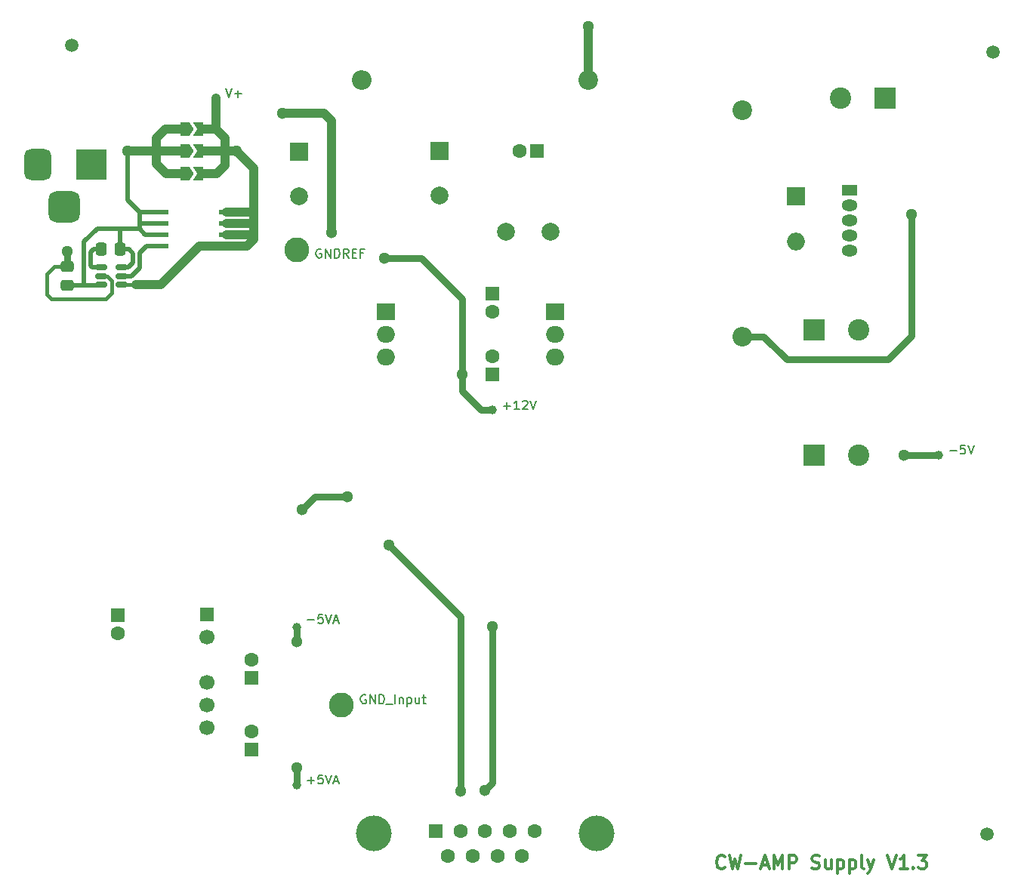
<source format=gbr>
G04 #@! TF.GenerationSoftware,KiCad,Pcbnew,7.0.2-1.fc37*
G04 #@! TF.CreationDate,2023-07-20T12:52:38+02:00*
G04 #@! TF.ProjectId,office_amp,6f666669-6365-45f6-916d-702e6b696361,V1.3*
G04 #@! TF.SameCoordinates,Original*
G04 #@! TF.FileFunction,Copper,L1,Top*
G04 #@! TF.FilePolarity,Positive*
%FSLAX46Y46*%
G04 Gerber Fmt 4.6, Leading zero omitted, Abs format (unit mm)*
G04 Created by KiCad (PCBNEW 7.0.2-1.fc37) date 2023-07-20 12:52:38*
%MOMM*%
%LPD*%
G01*
G04 APERTURE LIST*
G04 Aperture macros list*
%AMRoundRect*
0 Rectangle with rounded corners*
0 $1 Rounding radius*
0 $2 $3 $4 $5 $6 $7 $8 $9 X,Y pos of 4 corners*
0 Add a 4 corners polygon primitive as box body*
4,1,4,$2,$3,$4,$5,$6,$7,$8,$9,$2,$3,0*
0 Add four circle primitives for the rounded corners*
1,1,$1+$1,$2,$3*
1,1,$1+$1,$4,$5*
1,1,$1+$1,$6,$7*
1,1,$1+$1,$8,$9*
0 Add four rect primitives between the rounded corners*
20,1,$1+$1,$2,$3,$4,$5,0*
20,1,$1+$1,$4,$5,$6,$7,0*
20,1,$1+$1,$6,$7,$8,$9,0*
20,1,$1+$1,$8,$9,$2,$3,0*%
%AMFreePoly0*
4,1,6,1.000000,0.000000,0.500000,-0.750000,-0.500000,-0.750000,-0.500000,0.750000,0.500000,0.750000,1.000000,0.000000,1.000000,0.000000,$1*%
%AMFreePoly1*
4,1,6,0.500000,-0.750000,-0.650000,-0.750000,-0.150000,0.000000,-0.650000,0.750000,0.500000,0.750000,0.500000,-0.750000,0.500000,-0.750000,$1*%
G04 Aperture macros list end*
%ADD10C,0.150000*%
G04 #@! TA.AperFunction,NonConductor*
%ADD11C,0.150000*%
G04 #@! TD*
%ADD12C,0.300000*%
G04 #@! TA.AperFunction,NonConductor*
%ADD13C,0.300000*%
G04 #@! TD*
G04 #@! TA.AperFunction,SMDPad,CuDef*
%ADD14FreePoly0,0.000000*%
G04 #@! TD*
G04 #@! TA.AperFunction,SMDPad,CuDef*
%ADD15FreePoly1,0.000000*%
G04 #@! TD*
G04 #@! TA.AperFunction,SMDPad,CuDef*
%ADD16R,1.750000X0.550000*%
G04 #@! TD*
G04 #@! TA.AperFunction,ComponentPad*
%ADD17R,3.500000X3.500000*%
G04 #@! TD*
G04 #@! TA.AperFunction,ComponentPad*
%ADD18RoundRect,0.750000X-0.750000X-1.000000X0.750000X-1.000000X0.750000X1.000000X-0.750000X1.000000X0*%
G04 #@! TD*
G04 #@! TA.AperFunction,ComponentPad*
%ADD19RoundRect,0.875000X-0.875000X-0.875000X0.875000X-0.875000X0.875000X0.875000X-0.875000X0.875000X0*%
G04 #@! TD*
G04 #@! TA.AperFunction,SMDPad,CuDef*
%ADD20RoundRect,0.150000X-0.512500X-0.150000X0.512500X-0.150000X0.512500X0.150000X-0.512500X0.150000X0*%
G04 #@! TD*
G04 #@! TA.AperFunction,ComponentPad*
%ADD21R,2.400000X2.400000*%
G04 #@! TD*
G04 #@! TA.AperFunction,ComponentPad*
%ADD22C,2.400000*%
G04 #@! TD*
G04 #@! TA.AperFunction,ComponentPad*
%ADD23R,1.600000X1.600000*%
G04 #@! TD*
G04 #@! TA.AperFunction,ComponentPad*
%ADD24C,1.600000*%
G04 #@! TD*
G04 #@! TA.AperFunction,ComponentPad*
%ADD25C,1.700000*%
G04 #@! TD*
G04 #@! TA.AperFunction,ComponentPad*
%ADD26R,2.000000X1.905000*%
G04 #@! TD*
G04 #@! TA.AperFunction,ComponentPad*
%ADD27O,2.000000X1.905000*%
G04 #@! TD*
G04 #@! TA.AperFunction,ComponentPad*
%ADD28R,2.000000X2.000000*%
G04 #@! TD*
G04 #@! TA.AperFunction,ComponentPad*
%ADD29C,2.000000*%
G04 #@! TD*
G04 #@! TA.AperFunction,ComponentPad*
%ADD30O,2.000000X2.000000*%
G04 #@! TD*
G04 #@! TA.AperFunction,ComponentPad*
%ADD31R,1.800000X1.275000*%
G04 #@! TD*
G04 #@! TA.AperFunction,ComponentPad*
%ADD32O,1.800000X1.275000*%
G04 #@! TD*
G04 #@! TA.AperFunction,SMDPad,CuDef*
%ADD33RoundRect,0.250000X0.337500X0.475000X-0.337500X0.475000X-0.337500X-0.475000X0.337500X-0.475000X0*%
G04 #@! TD*
G04 #@! TA.AperFunction,SMDPad,CuDef*
%ADD34RoundRect,0.250000X0.475000X-0.337500X0.475000X0.337500X-0.475000X0.337500X-0.475000X-0.337500X0*%
G04 #@! TD*
G04 #@! TA.AperFunction,ComponentPad*
%ADD35C,2.200000*%
G04 #@! TD*
G04 #@! TA.AperFunction,ComponentPad*
%ADD36O,2.200000X2.200000*%
G04 #@! TD*
G04 #@! TA.AperFunction,ComponentPad*
%ADD37C,4.000000*%
G04 #@! TD*
G04 #@! TA.AperFunction,ComponentPad*
%ADD38C,2.800000*%
G04 #@! TD*
G04 #@! TA.AperFunction,SMDPad,CuDef*
%ADD39C,1.500000*%
G04 #@! TD*
G04 #@! TA.AperFunction,SMDPad,CuDef*
%ADD40C,1.000000*%
G04 #@! TD*
G04 #@! TA.AperFunction,ViaPad*
%ADD41C,1.300000*%
G04 #@! TD*
G04 #@! TA.AperFunction,Conductor*
%ADD42C,0.500000*%
G04 #@! TD*
G04 #@! TA.AperFunction,Conductor*
%ADD43C,1.000000*%
G04 #@! TD*
G04 #@! TA.AperFunction,Conductor*
%ADD44C,0.800000*%
G04 #@! TD*
G04 #@! TA.AperFunction,Conductor*
%ADD45C,0.400000*%
G04 #@! TD*
%ADD46C,0.350000*%
%ADD47O,1.000000X3.000000*%
%ADD48O,3.000000X1.000000*%
G04 APERTURE END LIST*
D10*
D11*
X130761904Y-134925238D02*
X130666666Y-134877619D01*
X130666666Y-134877619D02*
X130523809Y-134877619D01*
X130523809Y-134877619D02*
X130380952Y-134925238D01*
X130380952Y-134925238D02*
X130285714Y-135020476D01*
X130285714Y-135020476D02*
X130238095Y-135115714D01*
X130238095Y-135115714D02*
X130190476Y-135306190D01*
X130190476Y-135306190D02*
X130190476Y-135449047D01*
X130190476Y-135449047D02*
X130238095Y-135639523D01*
X130238095Y-135639523D02*
X130285714Y-135734761D01*
X130285714Y-135734761D02*
X130380952Y-135830000D01*
X130380952Y-135830000D02*
X130523809Y-135877619D01*
X130523809Y-135877619D02*
X130619047Y-135877619D01*
X130619047Y-135877619D02*
X130761904Y-135830000D01*
X130761904Y-135830000D02*
X130809523Y-135782380D01*
X130809523Y-135782380D02*
X130809523Y-135449047D01*
X130809523Y-135449047D02*
X130619047Y-135449047D01*
X131238095Y-135877619D02*
X131238095Y-134877619D01*
X131238095Y-134877619D02*
X131809523Y-135877619D01*
X131809523Y-135877619D02*
X131809523Y-134877619D01*
X132285714Y-135877619D02*
X132285714Y-134877619D01*
X132285714Y-134877619D02*
X132523809Y-134877619D01*
X132523809Y-134877619D02*
X132666666Y-134925238D01*
X132666666Y-134925238D02*
X132761904Y-135020476D01*
X132761904Y-135020476D02*
X132809523Y-135115714D01*
X132809523Y-135115714D02*
X132857142Y-135306190D01*
X132857142Y-135306190D02*
X132857142Y-135449047D01*
X132857142Y-135449047D02*
X132809523Y-135639523D01*
X132809523Y-135639523D02*
X132761904Y-135734761D01*
X132761904Y-135734761D02*
X132666666Y-135830000D01*
X132666666Y-135830000D02*
X132523809Y-135877619D01*
X132523809Y-135877619D02*
X132285714Y-135877619D01*
X133047619Y-135972857D02*
X133809523Y-135972857D01*
X134047619Y-135877619D02*
X134047619Y-134877619D01*
X134523809Y-135210952D02*
X134523809Y-135877619D01*
X134523809Y-135306190D02*
X134571428Y-135258571D01*
X134571428Y-135258571D02*
X134666666Y-135210952D01*
X134666666Y-135210952D02*
X134809523Y-135210952D01*
X134809523Y-135210952D02*
X134904761Y-135258571D01*
X134904761Y-135258571D02*
X134952380Y-135353809D01*
X134952380Y-135353809D02*
X134952380Y-135877619D01*
X135428571Y-135210952D02*
X135428571Y-136210952D01*
X135428571Y-135258571D02*
X135523809Y-135210952D01*
X135523809Y-135210952D02*
X135714285Y-135210952D01*
X135714285Y-135210952D02*
X135809523Y-135258571D01*
X135809523Y-135258571D02*
X135857142Y-135306190D01*
X135857142Y-135306190D02*
X135904761Y-135401428D01*
X135904761Y-135401428D02*
X135904761Y-135687142D01*
X135904761Y-135687142D02*
X135857142Y-135782380D01*
X135857142Y-135782380D02*
X135809523Y-135830000D01*
X135809523Y-135830000D02*
X135714285Y-135877619D01*
X135714285Y-135877619D02*
X135523809Y-135877619D01*
X135523809Y-135877619D02*
X135428571Y-135830000D01*
X136761904Y-135210952D02*
X136761904Y-135877619D01*
X136333333Y-135210952D02*
X136333333Y-135734761D01*
X136333333Y-135734761D02*
X136380952Y-135830000D01*
X136380952Y-135830000D02*
X136476190Y-135877619D01*
X136476190Y-135877619D02*
X136619047Y-135877619D01*
X136619047Y-135877619D02*
X136714285Y-135830000D01*
X136714285Y-135830000D02*
X136761904Y-135782380D01*
X137095238Y-135210952D02*
X137476190Y-135210952D01*
X137238095Y-134877619D02*
X137238095Y-135734761D01*
X137238095Y-135734761D02*
X137285714Y-135830000D01*
X137285714Y-135830000D02*
X137380952Y-135877619D01*
X137380952Y-135877619D02*
X137476190Y-135877619D01*
D10*
D11*
X124238095Y-126496666D02*
X125000000Y-126496666D01*
X125952380Y-125877619D02*
X125476190Y-125877619D01*
X125476190Y-125877619D02*
X125428571Y-126353809D01*
X125428571Y-126353809D02*
X125476190Y-126306190D01*
X125476190Y-126306190D02*
X125571428Y-126258571D01*
X125571428Y-126258571D02*
X125809523Y-126258571D01*
X125809523Y-126258571D02*
X125904761Y-126306190D01*
X125904761Y-126306190D02*
X125952380Y-126353809D01*
X125952380Y-126353809D02*
X125999999Y-126449047D01*
X125999999Y-126449047D02*
X125999999Y-126687142D01*
X125999999Y-126687142D02*
X125952380Y-126782380D01*
X125952380Y-126782380D02*
X125904761Y-126830000D01*
X125904761Y-126830000D02*
X125809523Y-126877619D01*
X125809523Y-126877619D02*
X125571428Y-126877619D01*
X125571428Y-126877619D02*
X125476190Y-126830000D01*
X125476190Y-126830000D02*
X125428571Y-126782380D01*
X126285714Y-125877619D02*
X126619047Y-126877619D01*
X126619047Y-126877619D02*
X126952380Y-125877619D01*
X127238095Y-126591904D02*
X127714285Y-126591904D01*
X127142857Y-126877619D02*
X127476190Y-125877619D01*
X127476190Y-125877619D02*
X127809523Y-126877619D01*
D10*
D11*
X115095238Y-66877619D02*
X115428571Y-67877619D01*
X115428571Y-67877619D02*
X115761904Y-66877619D01*
X116095238Y-67496666D02*
X116857143Y-67496666D01*
X116476190Y-67877619D02*
X116476190Y-67115714D01*
D10*
D11*
X125761904Y-84925238D02*
X125666666Y-84877619D01*
X125666666Y-84877619D02*
X125523809Y-84877619D01*
X125523809Y-84877619D02*
X125380952Y-84925238D01*
X125380952Y-84925238D02*
X125285714Y-85020476D01*
X125285714Y-85020476D02*
X125238095Y-85115714D01*
X125238095Y-85115714D02*
X125190476Y-85306190D01*
X125190476Y-85306190D02*
X125190476Y-85449047D01*
X125190476Y-85449047D02*
X125238095Y-85639523D01*
X125238095Y-85639523D02*
X125285714Y-85734761D01*
X125285714Y-85734761D02*
X125380952Y-85830000D01*
X125380952Y-85830000D02*
X125523809Y-85877619D01*
X125523809Y-85877619D02*
X125619047Y-85877619D01*
X125619047Y-85877619D02*
X125761904Y-85830000D01*
X125761904Y-85830000D02*
X125809523Y-85782380D01*
X125809523Y-85782380D02*
X125809523Y-85449047D01*
X125809523Y-85449047D02*
X125619047Y-85449047D01*
X126238095Y-85877619D02*
X126238095Y-84877619D01*
X126238095Y-84877619D02*
X126809523Y-85877619D01*
X126809523Y-85877619D02*
X126809523Y-84877619D01*
X127285714Y-85877619D02*
X127285714Y-84877619D01*
X127285714Y-84877619D02*
X127523809Y-84877619D01*
X127523809Y-84877619D02*
X127666666Y-84925238D01*
X127666666Y-84925238D02*
X127761904Y-85020476D01*
X127761904Y-85020476D02*
X127809523Y-85115714D01*
X127809523Y-85115714D02*
X127857142Y-85306190D01*
X127857142Y-85306190D02*
X127857142Y-85449047D01*
X127857142Y-85449047D02*
X127809523Y-85639523D01*
X127809523Y-85639523D02*
X127761904Y-85734761D01*
X127761904Y-85734761D02*
X127666666Y-85830000D01*
X127666666Y-85830000D02*
X127523809Y-85877619D01*
X127523809Y-85877619D02*
X127285714Y-85877619D01*
X128857142Y-85877619D02*
X128523809Y-85401428D01*
X128285714Y-85877619D02*
X128285714Y-84877619D01*
X128285714Y-84877619D02*
X128666666Y-84877619D01*
X128666666Y-84877619D02*
X128761904Y-84925238D01*
X128761904Y-84925238D02*
X128809523Y-84972857D01*
X128809523Y-84972857D02*
X128857142Y-85068095D01*
X128857142Y-85068095D02*
X128857142Y-85210952D01*
X128857142Y-85210952D02*
X128809523Y-85306190D01*
X128809523Y-85306190D02*
X128761904Y-85353809D01*
X128761904Y-85353809D02*
X128666666Y-85401428D01*
X128666666Y-85401428D02*
X128285714Y-85401428D01*
X129285714Y-85353809D02*
X129619047Y-85353809D01*
X129761904Y-85877619D02*
X129285714Y-85877619D01*
X129285714Y-85877619D02*
X129285714Y-84877619D01*
X129285714Y-84877619D02*
X129761904Y-84877619D01*
X130523809Y-85353809D02*
X130190476Y-85353809D01*
X130190476Y-85877619D02*
X130190476Y-84877619D01*
X130190476Y-84877619D02*
X130666666Y-84877619D01*
D10*
D11*
X146238095Y-102496666D02*
X147000000Y-102496666D01*
X146619047Y-102877619D02*
X146619047Y-102115714D01*
X147999999Y-102877619D02*
X147428571Y-102877619D01*
X147714285Y-102877619D02*
X147714285Y-101877619D01*
X147714285Y-101877619D02*
X147619047Y-102020476D01*
X147619047Y-102020476D02*
X147523809Y-102115714D01*
X147523809Y-102115714D02*
X147428571Y-102163333D01*
X148380952Y-101972857D02*
X148428571Y-101925238D01*
X148428571Y-101925238D02*
X148523809Y-101877619D01*
X148523809Y-101877619D02*
X148761904Y-101877619D01*
X148761904Y-101877619D02*
X148857142Y-101925238D01*
X148857142Y-101925238D02*
X148904761Y-101972857D01*
X148904761Y-101972857D02*
X148952380Y-102068095D01*
X148952380Y-102068095D02*
X148952380Y-102163333D01*
X148952380Y-102163333D02*
X148904761Y-102306190D01*
X148904761Y-102306190D02*
X148333333Y-102877619D01*
X148333333Y-102877619D02*
X148952380Y-102877619D01*
X149238095Y-101877619D02*
X149571428Y-102877619D01*
X149571428Y-102877619D02*
X149904761Y-101877619D01*
D10*
D11*
X196238095Y-107496666D02*
X197000000Y-107496666D01*
X197952380Y-106877619D02*
X197476190Y-106877619D01*
X197476190Y-106877619D02*
X197428571Y-107353809D01*
X197428571Y-107353809D02*
X197476190Y-107306190D01*
X197476190Y-107306190D02*
X197571428Y-107258571D01*
X197571428Y-107258571D02*
X197809523Y-107258571D01*
X197809523Y-107258571D02*
X197904761Y-107306190D01*
X197904761Y-107306190D02*
X197952380Y-107353809D01*
X197952380Y-107353809D02*
X197999999Y-107449047D01*
X197999999Y-107449047D02*
X197999999Y-107687142D01*
X197999999Y-107687142D02*
X197952380Y-107782380D01*
X197952380Y-107782380D02*
X197904761Y-107830000D01*
X197904761Y-107830000D02*
X197809523Y-107877619D01*
X197809523Y-107877619D02*
X197571428Y-107877619D01*
X197571428Y-107877619D02*
X197476190Y-107830000D01*
X197476190Y-107830000D02*
X197428571Y-107782380D01*
X198285714Y-106877619D02*
X198619047Y-107877619D01*
X198619047Y-107877619D02*
X198952380Y-106877619D01*
D12*
D13*
X171014285Y-154273571D02*
X170942857Y-154345000D01*
X170942857Y-154345000D02*
X170728571Y-154416428D01*
X170728571Y-154416428D02*
X170585714Y-154416428D01*
X170585714Y-154416428D02*
X170371428Y-154345000D01*
X170371428Y-154345000D02*
X170228571Y-154202142D01*
X170228571Y-154202142D02*
X170157142Y-154059285D01*
X170157142Y-154059285D02*
X170085714Y-153773571D01*
X170085714Y-153773571D02*
X170085714Y-153559285D01*
X170085714Y-153559285D02*
X170157142Y-153273571D01*
X170157142Y-153273571D02*
X170228571Y-153130714D01*
X170228571Y-153130714D02*
X170371428Y-152987857D01*
X170371428Y-152987857D02*
X170585714Y-152916428D01*
X170585714Y-152916428D02*
X170728571Y-152916428D01*
X170728571Y-152916428D02*
X170942857Y-152987857D01*
X170942857Y-152987857D02*
X171014285Y-153059285D01*
X171514285Y-152916428D02*
X171871428Y-154416428D01*
X171871428Y-154416428D02*
X172157142Y-153345000D01*
X172157142Y-153345000D02*
X172442857Y-154416428D01*
X172442857Y-154416428D02*
X172800000Y-152916428D01*
X173371428Y-153845000D02*
X174514286Y-153845000D01*
X175157143Y-153987857D02*
X175871429Y-153987857D01*
X175014286Y-154416428D02*
X175514286Y-152916428D01*
X175514286Y-152916428D02*
X176014286Y-154416428D01*
X176514285Y-154416428D02*
X176514285Y-152916428D01*
X176514285Y-152916428D02*
X177014285Y-153987857D01*
X177014285Y-153987857D02*
X177514285Y-152916428D01*
X177514285Y-152916428D02*
X177514285Y-154416428D01*
X178228571Y-154416428D02*
X178228571Y-152916428D01*
X178228571Y-152916428D02*
X178800000Y-152916428D01*
X178800000Y-152916428D02*
X178942857Y-152987857D01*
X178942857Y-152987857D02*
X179014286Y-153059285D01*
X179014286Y-153059285D02*
X179085714Y-153202142D01*
X179085714Y-153202142D02*
X179085714Y-153416428D01*
X179085714Y-153416428D02*
X179014286Y-153559285D01*
X179014286Y-153559285D02*
X178942857Y-153630714D01*
X178942857Y-153630714D02*
X178800000Y-153702142D01*
X178800000Y-153702142D02*
X178228571Y-153702142D01*
X180800000Y-154345000D02*
X181014286Y-154416428D01*
X181014286Y-154416428D02*
X181371428Y-154416428D01*
X181371428Y-154416428D02*
X181514286Y-154345000D01*
X181514286Y-154345000D02*
X181585714Y-154273571D01*
X181585714Y-154273571D02*
X181657143Y-154130714D01*
X181657143Y-154130714D02*
X181657143Y-153987857D01*
X181657143Y-153987857D02*
X181585714Y-153845000D01*
X181585714Y-153845000D02*
X181514286Y-153773571D01*
X181514286Y-153773571D02*
X181371428Y-153702142D01*
X181371428Y-153702142D02*
X181085714Y-153630714D01*
X181085714Y-153630714D02*
X180942857Y-153559285D01*
X180942857Y-153559285D02*
X180871428Y-153487857D01*
X180871428Y-153487857D02*
X180800000Y-153345000D01*
X180800000Y-153345000D02*
X180800000Y-153202142D01*
X180800000Y-153202142D02*
X180871428Y-153059285D01*
X180871428Y-153059285D02*
X180942857Y-152987857D01*
X180942857Y-152987857D02*
X181085714Y-152916428D01*
X181085714Y-152916428D02*
X181442857Y-152916428D01*
X181442857Y-152916428D02*
X181657143Y-152987857D01*
X182942857Y-153416428D02*
X182942857Y-154416428D01*
X182299999Y-153416428D02*
X182299999Y-154202142D01*
X182299999Y-154202142D02*
X182371428Y-154345000D01*
X182371428Y-154345000D02*
X182514285Y-154416428D01*
X182514285Y-154416428D02*
X182728571Y-154416428D01*
X182728571Y-154416428D02*
X182871428Y-154345000D01*
X182871428Y-154345000D02*
X182942857Y-154273571D01*
X183657142Y-153416428D02*
X183657142Y-154916428D01*
X183657142Y-153487857D02*
X183800000Y-153416428D01*
X183800000Y-153416428D02*
X184085714Y-153416428D01*
X184085714Y-153416428D02*
X184228571Y-153487857D01*
X184228571Y-153487857D02*
X184300000Y-153559285D01*
X184300000Y-153559285D02*
X184371428Y-153702142D01*
X184371428Y-153702142D02*
X184371428Y-154130714D01*
X184371428Y-154130714D02*
X184300000Y-154273571D01*
X184300000Y-154273571D02*
X184228571Y-154345000D01*
X184228571Y-154345000D02*
X184085714Y-154416428D01*
X184085714Y-154416428D02*
X183800000Y-154416428D01*
X183800000Y-154416428D02*
X183657142Y-154345000D01*
X185014285Y-153416428D02*
X185014285Y-154916428D01*
X185014285Y-153487857D02*
X185157143Y-153416428D01*
X185157143Y-153416428D02*
X185442857Y-153416428D01*
X185442857Y-153416428D02*
X185585714Y-153487857D01*
X185585714Y-153487857D02*
X185657143Y-153559285D01*
X185657143Y-153559285D02*
X185728571Y-153702142D01*
X185728571Y-153702142D02*
X185728571Y-154130714D01*
X185728571Y-154130714D02*
X185657143Y-154273571D01*
X185657143Y-154273571D02*
X185585714Y-154345000D01*
X185585714Y-154345000D02*
X185442857Y-154416428D01*
X185442857Y-154416428D02*
X185157143Y-154416428D01*
X185157143Y-154416428D02*
X185014285Y-154345000D01*
X186585714Y-154416428D02*
X186442857Y-154345000D01*
X186442857Y-154345000D02*
X186371428Y-154202142D01*
X186371428Y-154202142D02*
X186371428Y-152916428D01*
X187014285Y-153416428D02*
X187371428Y-154416428D01*
X187728571Y-153416428D02*
X187371428Y-154416428D01*
X187371428Y-154416428D02*
X187228571Y-154773571D01*
X187228571Y-154773571D02*
X187157142Y-154845000D01*
X187157142Y-154845000D02*
X187014285Y-154916428D01*
X189228571Y-152916428D02*
X189728571Y-154416428D01*
X189728571Y-154416428D02*
X190228571Y-152916428D01*
X191514285Y-154416428D02*
X190657142Y-154416428D01*
X191085713Y-154416428D02*
X191085713Y-152916428D01*
X191085713Y-152916428D02*
X190942856Y-153130714D01*
X190942856Y-153130714D02*
X190799999Y-153273571D01*
X190799999Y-153273571D02*
X190657142Y-153345000D01*
X192157141Y-154273571D02*
X192228570Y-154345000D01*
X192228570Y-154345000D02*
X192157141Y-154416428D01*
X192157141Y-154416428D02*
X192085713Y-154345000D01*
X192085713Y-154345000D02*
X192157141Y-154273571D01*
X192157141Y-154273571D02*
X192157141Y-154416428D01*
X192728570Y-152916428D02*
X193657142Y-152916428D01*
X193657142Y-152916428D02*
X193157142Y-153487857D01*
X193157142Y-153487857D02*
X193371427Y-153487857D01*
X193371427Y-153487857D02*
X193514285Y-153559285D01*
X193514285Y-153559285D02*
X193585713Y-153630714D01*
X193585713Y-153630714D02*
X193657142Y-153773571D01*
X193657142Y-153773571D02*
X193657142Y-154130714D01*
X193657142Y-154130714D02*
X193585713Y-154273571D01*
X193585713Y-154273571D02*
X193514285Y-154345000D01*
X193514285Y-154345000D02*
X193371427Y-154416428D01*
X193371427Y-154416428D02*
X192942856Y-154416428D01*
X192942856Y-154416428D02*
X192799999Y-154345000D01*
X192799999Y-154345000D02*
X192728570Y-154273571D01*
D10*
D11*
X124238095Y-144496666D02*
X125000000Y-144496666D01*
X124619047Y-144877619D02*
X124619047Y-144115714D01*
X125952380Y-143877619D02*
X125476190Y-143877619D01*
X125476190Y-143877619D02*
X125428571Y-144353809D01*
X125428571Y-144353809D02*
X125476190Y-144306190D01*
X125476190Y-144306190D02*
X125571428Y-144258571D01*
X125571428Y-144258571D02*
X125809523Y-144258571D01*
X125809523Y-144258571D02*
X125904761Y-144306190D01*
X125904761Y-144306190D02*
X125952380Y-144353809D01*
X125952380Y-144353809D02*
X125999999Y-144449047D01*
X125999999Y-144449047D02*
X125999999Y-144687142D01*
X125999999Y-144687142D02*
X125952380Y-144782380D01*
X125952380Y-144782380D02*
X125904761Y-144830000D01*
X125904761Y-144830000D02*
X125809523Y-144877619D01*
X125809523Y-144877619D02*
X125571428Y-144877619D01*
X125571428Y-144877619D02*
X125476190Y-144830000D01*
X125476190Y-144830000D02*
X125428571Y-144782380D01*
X126285714Y-143877619D02*
X126619047Y-144877619D01*
X126619047Y-144877619D02*
X126952380Y-143877619D01*
X127238095Y-144591904D02*
X127714285Y-144591904D01*
X127142857Y-144877619D02*
X127476190Y-143877619D01*
X127476190Y-143877619D02*
X127809523Y-144877619D01*
D14*
G04 #@! TO.P,JP1,1,A*
G04 #@! TO.N,/Vin*
X110550000Y-71417677D03*
D15*
G04 #@! TO.P,JP1,2,B*
G04 #@! TO.N,V+*
X112000000Y-71417677D03*
G04 #@! TD*
D16*
G04 #@! TO.P,Q1,D,D*
G04 #@! TO.N,V+*
X115175000Y-80717677D03*
X115175000Y-81987677D03*
X115175000Y-83257677D03*
X115175000Y-84527677D03*
G04 #@! TO.P,Q1,G,G*
G04 #@! TO.N,Net-(U1-GATE)*
X107775000Y-84527677D03*
G04 #@! TO.P,Q1,S,S*
G04 #@! TO.N,/Vin*
X107775000Y-80717677D03*
X107775000Y-81987677D03*
X107775000Y-83257677D03*
G04 #@! TD*
D17*
G04 #@! TO.P,J1,1*
G04 #@! TO.N,/Vin*
X100000000Y-75460177D03*
D18*
G04 #@! TO.P,J1,2*
G04 #@! TO.N,GNDD*
X94000000Y-75460177D03*
D19*
G04 #@! TO.P,J1,3*
G04 #@! TO.N,N/C*
X97000000Y-80160177D03*
G04 #@! TD*
D20*
G04 #@! TO.P,U1,1,VCAP*
G04 #@! TO.N,Net-(U1-VCAP)*
X101137500Y-86967677D03*
G04 #@! TO.P,U1,2,GND*
G04 #@! TO.N,GNDD*
X101137500Y-87917677D03*
G04 #@! TO.P,U1,3,EN*
G04 #@! TO.N,/Vin*
X101137500Y-88867677D03*
G04 #@! TO.P,U1,4,CATHODE*
G04 #@! TO.N,V+*
X103412500Y-88867677D03*
G04 #@! TO.P,U1,5,GATE*
G04 #@! TO.N,Net-(U1-GATE)*
X103412500Y-87917677D03*
G04 #@! TO.P,U1,6,ANODE*
G04 #@! TO.N,/Vin*
X103412500Y-86967677D03*
G04 #@! TD*
D21*
G04 #@! TO.P,C6,1*
G04 #@! TO.N,GNDD*
X181000000Y-94000000D03*
D22*
G04 #@! TO.P,C6,2*
G04 #@! TO.N,-5V*
X186000000Y-94000000D03*
G04 #@! TD*
D23*
G04 #@! TO.P,C7,1*
G04 #@! TO.N,Net-(U4-+VIN)*
X103000000Y-126000000D03*
D24*
G04 #@! TO.P,C7,2*
G04 #@! TO.N,Net-(U4--VIN)*
X103000000Y-128000000D03*
G04 #@! TD*
D23*
G04 #@! TO.P,U4,1,+VIN*
G04 #@! TO.N,Net-(U4-+VIN)*
X113000000Y-125840000D03*
D25*
G04 #@! TO.P,U4,2,-VIN*
G04 #@! TO.N,Net-(U4--VIN)*
X113000000Y-128380000D03*
G04 #@! TO.P,U4,4,-VOUT*
G04 #@! TO.N,Net-(U4--VOUT)*
X113000000Y-133460000D03*
G04 #@! TO.P,U4,5,Common*
G04 #@! TO.N,Net-(U4-Common)*
X113000000Y-136000000D03*
G04 #@! TO.P,U4,6,+VOUT*
G04 #@! TO.N,Net-(U4-+VOUT)*
X113000000Y-138540000D03*
G04 #@! TD*
D26*
G04 #@! TO.P,U5,1,VI*
G04 #@! TO.N,Net-(U5-VI)*
X152000000Y-91920000D03*
D27*
G04 #@! TO.P,U5,2,GND*
G04 #@! TO.N,GNDD*
X152000000Y-94460000D03*
G04 #@! TO.P,U5,3,VO*
G04 #@! TO.N,+12V*
X152000000Y-97000000D03*
G04 #@! TD*
D23*
G04 #@! TO.P,C11,1*
G04 #@! TO.N,Net-(C11-Pad1)*
X150000000Y-73920000D03*
D24*
G04 #@! TO.P,C11,2*
G04 #@! TO.N,GNDD*
X148000000Y-73920000D03*
G04 #@! TD*
D28*
G04 #@! TO.P,C4,1*
G04 #@! TO.N,V+*
X123300000Y-73950000D03*
D29*
G04 #@! TO.P,C4,2*
G04 #@! TO.N,GNDD*
X123300000Y-78950000D03*
G04 #@! TD*
D21*
G04 #@! TO.P,C5,1*
G04 #@! TO.N,GNDD*
X181000000Y-108000000D03*
D22*
G04 #@! TO.P,C5,2*
G04 #@! TO.N,-5V*
X186000000Y-108000000D03*
G04 #@! TD*
D28*
G04 #@! TO.P,C9,1*
G04 #@! TO.N,Net-(C11-Pad1)*
X139000000Y-73920000D03*
D29*
G04 #@! TO.P,C9,2*
G04 #@! TO.N,GNDD*
X139000000Y-78920000D03*
G04 #@! TD*
D28*
G04 #@! TO.P,D1,1,K*
G04 #@! TO.N,Net-(D1-K)*
X179000000Y-79000000D03*
D30*
G04 #@! TO.P,D1,2,A*
G04 #@! TO.N,-5V*
X179000000Y-84080000D03*
G04 #@! TD*
D31*
G04 #@! TO.P,U2,1,VIN*
G04 #@! TO.N,V+*
X185000000Y-78300000D03*
D32*
G04 #@! TO.P,U2,2,OUT*
G04 #@! TO.N,Net-(D1-K)*
X185000000Y-80000000D03*
G04 #@! TO.P,U2,3,GND*
G04 #@! TO.N,-5V*
X185000000Y-81700000D03*
G04 #@! TO.P,U2,4,FB*
G04 #@! TO.N,Net-(U2-FB)*
X185000000Y-83400000D03*
G04 #@! TO.P,U2,5,~{ON}/OFF*
G04 #@! TO.N,-5V*
X185000000Y-85100000D03*
G04 #@! TD*
D14*
G04 #@! TO.P,JP2,1,A*
G04 #@! TO.N,/Vin*
X110550000Y-73917677D03*
D15*
G04 #@! TO.P,JP2,2,B*
G04 #@! TO.N,V+*
X112000000Y-73917677D03*
G04 #@! TD*
D33*
G04 #@! TO.P,C3,1*
G04 #@! TO.N,/Vin*
X103225000Y-84917677D03*
G04 #@! TO.P,C3,2*
G04 #@! TO.N,Net-(U1-VCAP)*
X101150000Y-84917677D03*
G04 #@! TD*
D34*
G04 #@! TO.P,C1,1*
G04 #@! TO.N,/Vin*
X97275000Y-88955177D03*
G04 #@! TO.P,C1,2*
G04 #@! TO.N,GNDD*
X97275000Y-86880177D03*
G04 #@! TD*
D21*
G04 #@! TO.P,C2,1*
G04 #@! TO.N,V+*
X189000000Y-68000000D03*
D22*
G04 #@! TO.P,C2,2*
G04 #@! TO.N,GNDD*
X184000000Y-68000000D03*
G04 #@! TD*
D23*
G04 #@! TO.P,C17,1*
G04 #@! TO.N,+12V*
X145000000Y-98920000D03*
D24*
G04 #@! TO.P,C17,2*
G04 #@! TO.N,GNDD*
X145000000Y-96920000D03*
G04 #@! TD*
D35*
G04 #@! TO.P,L1,1,1*
G04 #@! TO.N,Net-(D1-K)*
X173000000Y-69300000D03*
D36*
G04 #@! TO.P,L1,2,2*
G04 #@! TO.N,GNDD*
X173000000Y-94700000D03*
G04 #@! TD*
D23*
G04 #@! TO.P,C14,1*
G04 #@! TO.N,Net-(U5-VI)*
X145000000Y-89920000D03*
D24*
G04 #@! TO.P,C14,2*
G04 #@! TO.N,GNDD*
X145000000Y-91920000D03*
G04 #@! TD*
D35*
G04 #@! TO.P,L2,1,1*
G04 #@! TO.N,V+*
X155700000Y-65920000D03*
D36*
G04 #@! TO.P,L2,2,2*
G04 #@! TO.N,Net-(C11-Pad1)*
X130300000Y-65920000D03*
G04 #@! TD*
D23*
G04 #@! TO.P,C13,1*
G04 #@! TO.N,Net-(U4-Common)*
X118000000Y-133000000D03*
D24*
G04 #@! TO.P,C13,2*
G04 #@! TO.N,Net-(U4--VOUT)*
X118000000Y-131000000D03*
G04 #@! TD*
D23*
G04 #@! TO.P,C12,1*
G04 #@! TO.N,Net-(U4-+VOUT)*
X118000000Y-141000000D03*
D24*
G04 #@! TO.P,C12,2*
G04 #@! TO.N,Net-(U4-Common)*
X118000000Y-139000000D03*
G04 #@! TD*
D37*
G04 #@! TO.P,J2,0*
G04 #@! TO.N,N/C*
X131655000Y-150460000D03*
X156655000Y-150460000D03*
D23*
G04 #@! TO.P,J2,1,Pin_1*
G04 #@! TO.N,-5V*
X138615000Y-150160000D03*
D24*
G04 #@! TO.P,J2,2,Pin_2*
G04 #@! TO.N,+5V*
X141385000Y-150160000D03*
G04 #@! TO.P,J2,3,Pin_3*
G04 #@! TO.N,+12V*
X144155000Y-150160000D03*
G04 #@! TO.P,J2,4,Pin_4*
G04 #@! TO.N,GNDD*
X146925000Y-150160000D03*
G04 #@! TO.P,J2,5,Pin_5*
G04 #@! TO.N,V+*
X149695000Y-150160000D03*
G04 #@! TO.P,J2,6,Pin_6*
G04 #@! TO.N,+5VA*
X140000000Y-153000000D03*
G04 #@! TO.P,J2,7,Pin_7*
G04 #@! TO.N,GND_Input*
X142770000Y-153000000D03*
G04 #@! TO.P,J2,8,Pin_8*
G04 #@! TO.N,-5VA*
X145540000Y-153000000D03*
G04 #@! TO.P,J2,9,Pin_9*
G04 #@! TO.N,GNDD*
X148310000Y-153000000D03*
G04 #@! TD*
D38*
G04 #@! TO.P,TP2,1,1*
G04 #@! TO.N,GNDD*
X123000000Y-85000000D03*
G04 #@! TD*
G04 #@! TO.P,TP7,1,1*
G04 #@! TO.N,GND_Input*
X128000000Y-136000000D03*
G04 #@! TD*
D14*
G04 #@! TO.P,JP3,1,A*
G04 #@! TO.N,/Vin*
X110550000Y-76417677D03*
D15*
G04 #@! TO.P,JP3,2,B*
G04 #@! TO.N,V+*
X112000000Y-76417677D03*
G04 #@! TD*
D39*
G04 #@! TO.P,FID1,*
G04 #@! TO.N,*
X97800000Y-62000000D03*
G04 #@! TD*
D40*
G04 #@! TO.P,TP1,1,1*
G04 #@! TO.N,V+*
X114000000Y-68000000D03*
G04 #@! TD*
D39*
G04 #@! TO.P,FID2,*
G04 #@! TO.N,*
X201100000Y-62800000D03*
G04 #@! TD*
D40*
G04 #@! TO.P,TP3,1,1*
G04 #@! TO.N,-5V*
X195000000Y-108000000D03*
G04 #@! TD*
D29*
G04 #@! TO.P,L3,1,1*
G04 #@! TO.N,Net-(C11-Pad1)*
X151500000Y-82920000D03*
G04 #@! TO.P,L3,2,2*
G04 #@! TO.N,Net-(U5-VI)*
X146500000Y-82920000D03*
G04 #@! TD*
D40*
G04 #@! TO.P,TP5,1,1*
G04 #@! TO.N,+5VA*
X123000000Y-145000000D03*
G04 #@! TD*
D26*
G04 #@! TO.P,U3,1,VI*
G04 #@! TO.N,+12V*
X133000000Y-91920000D03*
D27*
G04 #@! TO.P,U3,2,GND*
G04 #@! TO.N,GNDD*
X133000000Y-94460000D03*
G04 #@! TO.P,U3,3,VO*
G04 #@! TO.N,+5V*
X133000000Y-97000000D03*
G04 #@! TD*
D39*
G04 #@! TO.P,FID3,*
G04 #@! TO.N,*
X200400000Y-150500000D03*
G04 #@! TD*
D40*
G04 #@! TO.P,TP4,1,1*
G04 #@! TO.N,+12V*
X145000000Y-102920000D03*
G04 #@! TD*
G04 #@! TO.P,TP6,1,1*
G04 #@! TO.N,-5VA*
X123000000Y-127300000D03*
G04 #@! TD*
D41*
G04 #@! TO.N,V+*
X123600000Y-114150000D03*
X155700000Y-59950000D03*
X116300000Y-73917677D03*
X128700000Y-112650000D03*
X121400000Y-69700000D03*
X126900000Y-83000000D03*
G04 #@! TO.N,+5V*
X133400000Y-118100000D03*
X141450000Y-145700000D03*
G04 #@! TO.N,+5VA*
X123050000Y-143050000D03*
G04 #@! TO.N,-5VA*
X123000000Y-128900000D03*
G04 #@! TO.N,/Vin*
X104100000Y-73917677D03*
G04 #@! TO.N,-5V*
X191100000Y-108000000D03*
G04 #@! TO.N,GNDD*
X191950000Y-81000000D03*
X97300000Y-85117677D03*
G04 #@! TO.N,+12V*
X132900000Y-85950000D03*
X145000000Y-127200000D03*
X144150000Y-145650000D03*
X141600000Y-98950000D03*
G04 #@! TD*
D42*
G04 #@! TO.N,Net-(U1-VCAP)*
X100100000Y-86967677D02*
X99900000Y-86767677D01*
X101137500Y-86967677D02*
X100100000Y-86967677D01*
X99900000Y-86767677D02*
X99900000Y-85267677D01*
X101150000Y-84917677D02*
X100250000Y-84917677D01*
X100250000Y-84917677D02*
X99900000Y-85267677D01*
D43*
G04 #@! TO.N,V+*
X115000000Y-73917677D02*
X116300000Y-73917677D01*
X118200000Y-75817677D02*
X116300000Y-73917677D01*
D44*
X125100000Y-112650000D02*
X123600000Y-114150000D01*
D43*
X115175000Y-84527677D02*
X112140000Y-84527677D01*
D45*
X112000000Y-76417677D02*
X112700000Y-76417677D01*
D43*
X126900000Y-70550000D02*
X126900000Y-83000000D01*
X118200000Y-80667677D02*
X118200000Y-75817677D01*
X117490000Y-84527677D02*
X118200000Y-83817677D01*
X118150000Y-80717677D02*
X118200000Y-80667677D01*
X121400000Y-69700000D02*
X126050000Y-69700000D01*
D44*
X128700000Y-112650000D02*
X125100000Y-112650000D01*
D43*
X115000000Y-73917677D02*
X115000000Y-75517677D01*
X118180000Y-81987677D02*
X118200000Y-81967677D01*
X114000000Y-71417677D02*
X114000000Y-68000000D01*
X114100000Y-76417677D02*
X112700000Y-76417677D01*
D45*
X103412500Y-88867677D02*
X105000000Y-88867677D01*
X112000000Y-73917677D02*
X112700000Y-73917677D01*
D43*
X115000000Y-72417677D02*
X115000000Y-73917677D01*
X126050000Y-69700000D02*
X126900000Y-70550000D01*
X112140000Y-84527677D02*
X107800000Y-88867677D01*
X115175000Y-80717677D02*
X118150000Y-80717677D01*
X107800000Y-88867677D02*
X105000000Y-88867677D01*
X118200000Y-83817677D02*
X118200000Y-83217677D01*
X112700000Y-71417677D02*
X114000000Y-71417677D01*
X115175000Y-83257677D02*
X118160000Y-83257677D01*
X115175000Y-84527677D02*
X117490000Y-84527677D01*
X155700000Y-65920000D02*
X155700000Y-59950000D01*
X115000000Y-73917677D02*
X112700000Y-73917677D01*
D45*
X112000000Y-71417677D02*
X112700000Y-71417677D01*
D43*
X118200000Y-81967677D02*
X118200000Y-80667677D01*
X115000000Y-72417677D02*
X114000000Y-71417677D01*
X118200000Y-83217677D02*
X118200000Y-81967677D01*
X115175000Y-81987677D02*
X118180000Y-81987677D01*
X118160000Y-83257677D02*
X118200000Y-83217677D01*
X115000000Y-75517677D02*
X114100000Y-76417677D01*
D44*
G04 #@! TO.N,+5V*
X133400000Y-118100000D02*
X140350000Y-125050000D01*
X140350000Y-125050000D02*
X141450000Y-126150000D01*
X141450000Y-126150000D02*
X141450000Y-145700000D01*
G04 #@! TO.N,+5VA*
X123050000Y-144950000D02*
X123000000Y-145000000D01*
X123050000Y-143050000D02*
X123050000Y-144950000D01*
G04 #@! TO.N,-5VA*
X123000000Y-128900000D02*
X123000000Y-127300000D01*
D42*
G04 #@! TO.N,/Vin*
X103225000Y-84917677D02*
X103225000Y-82642677D01*
D43*
X107300000Y-73917677D02*
X110550000Y-73917677D01*
D42*
X105470000Y-81987677D02*
X105400000Y-81917677D01*
X104100000Y-79417677D02*
X104100000Y-73917677D01*
X103412500Y-86967677D02*
X104150000Y-86967677D01*
D43*
X107300000Y-73917677D02*
X107300000Y-75317677D01*
X108300000Y-71417677D02*
X107300000Y-72417677D01*
D42*
X99200000Y-88955177D02*
X101050000Y-88955177D01*
X100650000Y-82617677D02*
X99200000Y-84067677D01*
D43*
X110550000Y-71417677D02*
X108300000Y-71417677D01*
D42*
X105400000Y-81917677D02*
X105400000Y-82617677D01*
X105400000Y-80717677D02*
X105400000Y-81917677D01*
X105400000Y-80717677D02*
X104100000Y-79417677D01*
X104700000Y-85367677D02*
X104250000Y-84917677D01*
X97275000Y-88955177D02*
X99200000Y-88955177D01*
D43*
X107300000Y-72417677D02*
X107300000Y-73917677D01*
D42*
X103225000Y-84917677D02*
X104250000Y-84917677D01*
X107775000Y-80717677D02*
X105400000Y-80717677D01*
X107775000Y-81987677D02*
X105470000Y-81987677D01*
X105400000Y-82617677D02*
X103250000Y-82617677D01*
X104150000Y-86967677D02*
X104700000Y-86417677D01*
X103225000Y-82642677D02*
X103250000Y-82617677D01*
X105400000Y-82617677D02*
X106040000Y-83257677D01*
X104700000Y-86417677D02*
X104700000Y-85367677D01*
X101050000Y-88955177D02*
X101137500Y-88867677D01*
X99200000Y-84067677D02*
X99200000Y-88955177D01*
D43*
X108400000Y-76417677D02*
X110550000Y-76417677D01*
D42*
X106040000Y-83257677D02*
X107775000Y-83257677D01*
D43*
X107300000Y-75317677D02*
X108400000Y-76417677D01*
X107300000Y-73917677D02*
X104100000Y-73917677D01*
D42*
X103250000Y-82617677D02*
X100650000Y-82617677D01*
D44*
G04 #@! TO.N,-5V*
X191100000Y-108000000D02*
X195000000Y-108000000D01*
D45*
G04 #@! TO.N,GNDD*
X101600000Y-90517677D02*
X95500000Y-90517677D01*
X102300000Y-89817677D02*
X101600000Y-90517677D01*
D44*
X177950000Y-97250000D02*
X181000000Y-97250000D01*
D45*
X102300000Y-88417677D02*
X102300000Y-89817677D01*
X95000000Y-90017677D02*
X95000000Y-87717677D01*
D44*
X189350000Y-97250000D02*
X191950000Y-94650000D01*
X173000000Y-94700000D02*
X175400000Y-94700000D01*
D45*
X95000000Y-87717677D02*
X95837500Y-86880177D01*
D44*
X175400000Y-94700000D02*
X177950000Y-97250000D01*
X97275000Y-86880177D02*
X97275000Y-85142677D01*
D45*
X101137500Y-87917677D02*
X101800000Y-87917677D01*
X101800000Y-87917677D02*
X102300000Y-88417677D01*
D44*
X181000000Y-97250000D02*
X189350000Y-97250000D01*
X191950000Y-94650000D02*
X191950000Y-81000000D01*
X97275000Y-85142677D02*
X97300000Y-85117677D01*
D45*
X95500000Y-90517677D02*
X95000000Y-90017677D01*
X95837500Y-86880177D02*
X97275000Y-86880177D01*
D44*
G04 #@! TO.N,+12V*
X143720000Y-102920000D02*
X145000000Y-102920000D01*
X145000000Y-127200000D02*
X145000000Y-144800000D01*
X141600000Y-100800000D02*
X143720000Y-102920000D01*
X141600000Y-98950000D02*
X141600000Y-100800000D01*
X137050000Y-85950000D02*
X132900000Y-85950000D01*
X141600000Y-98950000D02*
X141600000Y-95200000D01*
X141600000Y-90500000D02*
X137050000Y-85950000D01*
X141600000Y-95200000D02*
X141600000Y-90500000D01*
X145000000Y-144800000D02*
X144150000Y-145650000D01*
D42*
G04 #@! TO.N,Net-(U1-GATE)*
X106190000Y-84527677D02*
X107775000Y-84527677D01*
X103412500Y-87917677D02*
X104500000Y-87917677D01*
X105400000Y-87017677D02*
X105400000Y-85317677D01*
X104500000Y-87917677D02*
X105400000Y-87017677D01*
X105400000Y-85317677D02*
X106190000Y-84527677D01*
G04 #@! TD*
D46*
X123600000Y-114150000D03*
X155700000Y-59950000D03*
X116300000Y-73917677D03*
X128700000Y-112650000D03*
X121400000Y-69700000D03*
X126900000Y-83000000D03*
X133400000Y-118100000D03*
X141450000Y-145700000D03*
X123050000Y-143050000D03*
X123000000Y-128900000D03*
X104100000Y-73917677D03*
X191100000Y-108000000D03*
X191950000Y-81000000D03*
X97300000Y-85117677D03*
X132900000Y-85950000D03*
X145000000Y-127200000D03*
X144150000Y-145650000D03*
X141600000Y-98950000D03*
D47*
X100000000Y-75460177D03*
X94000000Y-75460177D03*
D48*
X97000000Y-80160177D03*
D46*
X181000000Y-94000000D03*
X186000000Y-94000000D03*
X103000000Y-126000000D03*
X103000000Y-128000000D03*
X113000000Y-125840000D03*
X113000000Y-128380000D03*
X113000000Y-133460000D03*
X113000000Y-136000000D03*
X113000000Y-138540000D03*
X152000000Y-91920000D03*
X152000000Y-94460000D03*
X152000000Y-97000000D03*
X150000000Y-73920000D03*
X148000000Y-73920000D03*
X123300000Y-73950000D03*
X123300000Y-78950000D03*
X181000000Y-108000000D03*
X186000000Y-108000000D03*
X139000000Y-73920000D03*
X139000000Y-78920000D03*
X179000000Y-79000000D03*
X179000000Y-84080000D03*
X185000000Y-78300000D03*
X185000000Y-80000000D03*
X185000000Y-81700000D03*
X185000000Y-83400000D03*
X185000000Y-85100000D03*
X189000000Y-68000000D03*
X184000000Y-68000000D03*
X145000000Y-98920000D03*
X145000000Y-96920000D03*
X173000000Y-69300000D03*
X173000000Y-94700000D03*
X145000000Y-89920000D03*
X145000000Y-91920000D03*
X155700000Y-65920000D03*
X130300000Y-65920000D03*
X118000000Y-133000000D03*
X118000000Y-131000000D03*
X118000000Y-141000000D03*
X118000000Y-139000000D03*
X131655000Y-150460000D03*
X156655000Y-150460000D03*
X138615000Y-150160000D03*
X141385000Y-150160000D03*
X144155000Y-150160000D03*
X146925000Y-150160000D03*
X149695000Y-150160000D03*
X140000000Y-153000000D03*
X142770000Y-153000000D03*
X145540000Y-153000000D03*
X148310000Y-153000000D03*
X123000000Y-85000000D03*
X128000000Y-136000000D03*
X151500000Y-82920000D03*
X146500000Y-82920000D03*
X133000000Y-91920000D03*
X133000000Y-94460000D03*
X133000000Y-97000000D03*
M02*

</source>
